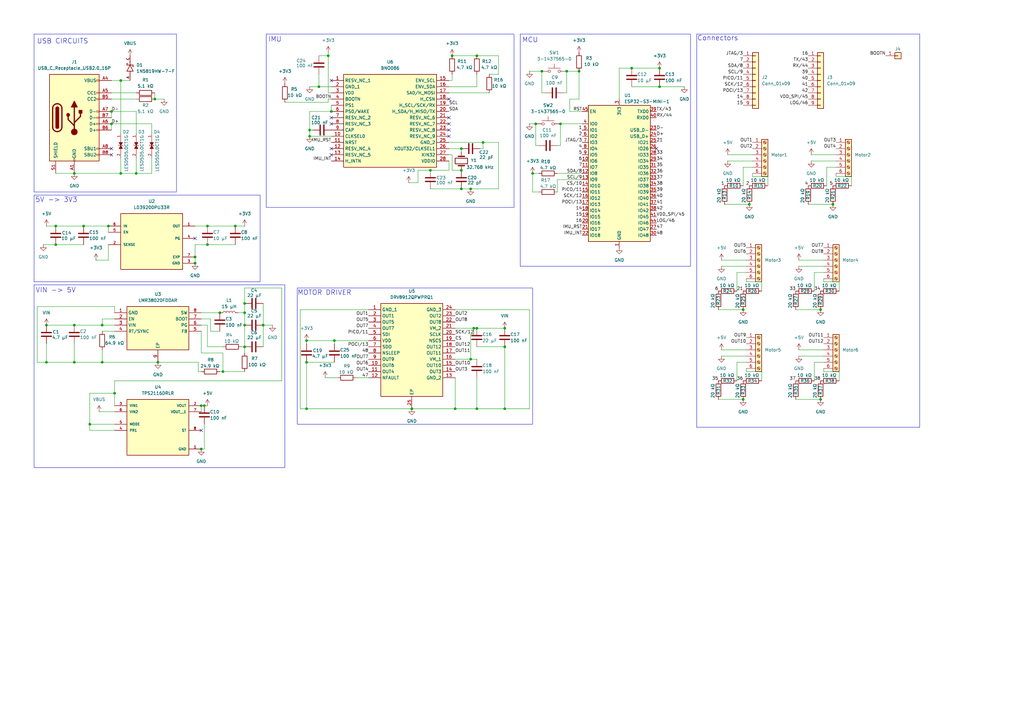
<source format=kicad_sch>
(kicad_sch (version 20250114) (generator "eeschema") (generator_version "9.0")
  (paper "A3")
  (title_block (title "ESP32-S3 6 Motor Driver with IMU"))
  (rectangle (start 109.22 13.97) (end 210.82 85.09))
  (rectangle (start 13.97 80.01) (end 106.68 115.57))
  (rectangle (start 285.75 13.97) (end 377.19 175.26))
  (rectangle (start 121.92 118.11) (end 218.44 173.99))
  (rectangle (start 13.97 116.84) (end 116.84 191.77))
  (rectangle (start 213.36 13.97) (end 283.21 109.22))
  (rectangle (start 13.97 13.97) (end 72.39 78.74))
  (text "MCU" (at 217.424 16.51 0) (effects (font (size 2 2))))
  (text "USB CIRCUITS" (at 25.654 17.018 0) (effects (font (size 2 2))))
  (text "Connectors" (at 294.386 15.748 0) (effects (font (size 2 2))))
  (text "IMU" (at 112.776 16.256 0) (effects (font (size 2 2))))
  (text "VIN -> 5V" (at 22.86 119.126 0) (effects (font (size 2 2))))
  (text "5V -> 3V3" (at 23.114 82.042 0) (effects (font (size 2 2))))
  (text "MOTOR DRIVER" (at 133.096 120.142 0) (effects (font (size 2 2))))
  (junction (at 82.55 184.15))
  (junction (at 46.99 161.29))
  (junction (at 336.55 163.83))
  (junction (at 195.58 22.86))
  (junction (at 218.44 71.12))
  (junction (at 100.33 124.46))
  (junction (at 91.44 152.4))
  (junction (at 229.87 50.8))
  (junction (at 36.83 173.99))
  (junction (at 304.8 163.83))
  (junction (at 100.33 133.35))
  (junction (at 135.89 45.72))
  (junction (at 100.33 142.24))
  (junction (at 96.52 92.71))
  (junction (at 176.53 69.85))
  (junction (at 125.73 139.7))
  (junction (at 19.05 133.35))
  (junction (at 207.01 167.64))
  (junction (at 107.95 133.35))
  (junction (at 64.77 148.59))
  (junction (at 134.62 22.86))
  (junction (at 80.01 107.95))
  (junction (at 30.48 133.35))
  (junction (at 127 53.34))
  (junction (at 207.01 134.62))
  (junction (at 100.33 128.27))
  (junction (at 90.17 128.27))
  (junction (at 194.31 134.62))
  (junction (at 49.53 71.12))
  (junction (at 127 55.88))
  (junction (at 30.48 148.59))
  (junction (at 49.53 33.02))
  (junction (at 83.82 166.37))
  (junction (at 80.01 105.41))
  (junction (at 195.58 134.62))
  (junction (at 45.72 45.72))
  (junction (at 19.05 148.59))
  (junction (at 193.04 147.32))
  (junction (at 259.08 27.94))
  (junction (at 44.45 92.71))
  (junction (at 41.91 133.35))
  (junction (at 189.23 77.47))
  (junction (at 30.48 71.12))
  (junction (at 198.12 58.42))
  (junction (at 270.51 35.56))
  (junction (at 137.16 139.7))
  (junction (at 22.86 92.71))
  (junction (at 341.63 83.82))
  (junction (at 195.58 167.64))
  (junction (at 41.91 148.59))
  (junction (at 185.42 22.86))
  (junction (at 55.88 71.12))
  (junction (at 189.23 60.96))
  (junction (at 34.29 92.71))
  (junction (at 232.41 29.21))
  (junction (at 22.86 100.33))
  (junction (at 207.01 142.24))
  (junction (at 168.91 167.64))
  (junction (at 85.09 92.71))
  (junction (at 82.55 166.37))
  (junction (at 45.72 50.8))
  (junction (at 336.55 127))
  (junction (at 219.71 50.8))
  (junction (at 85.09 100.33))
  (junction (at 237.49 29.21))
  (junction (at 307.34 83.82))
  (junction (at 304.8 127))
  (junction (at 63.5 40.64))
  (junction (at 270.51 27.94))
  (junction (at 222.25 29.21))
  (junction (at 193.04 77.47))
  (junction (at 125.73 167.64))
  (junction (at 130.81 35.56))
  (junction (at 186.69 167.64))
  (junction (at 125.73 148.59))
  (junction (at 189.23 69.85))
  (no_connect (at 135.89 60.96))
  (no_connect (at 184.15 40.64))
  (no_connect (at 45.72 63.5))
  (no_connect (at 135.89 63.5))
  (no_connect (at 184.15 48.26))
  (no_connect (at 184.15 53.34))
  (no_connect (at 269.24 60.96))
  (no_connect (at 135.89 33.02))
  (no_connect (at 82.55 176.53))
  (no_connect (at 135.89 48.26))
  (no_connect (at 45.72 60.96))
  (no_connect (at 135.89 50.8))
  (no_connect (at 184.15 55.88))
  (no_connect (at 80.01 97.79))
  (no_connect (at 184.15 50.8))
  (wire (pts (xy 219.71 59.69) (xy 220.98 59.69)))
  (wire (pts (xy 327.66 146.05) (xy 337.82 146.05)))
  (wire (pts (xy 228.6 73.66) (xy 238.76 73.66)))
  (wire (pts (xy 298.45 63.5) (xy 308.61 63.5)))
  (wire (pts (xy 189.23 77.47) (xy 193.04 77.47)))
  (wire (pts (xy 195.58 147.32) (xy 193.04 147.32)))
  (wire (pts (xy 19.05 92.71) (xy 22.86 92.71)))
  (wire (pts (xy 302.26 148.59) (xy 306.07 148.59)))
  (wire (pts (xy 116.84 41.91) (xy 134.62 41.91)))
  (wire (pts (xy 306.07 151.13) (xy 306.07 152.4)))
  (wire (pts (xy 332.74 63.5) (xy 342.9 63.5)))
  (wire (pts (xy 45.72 40.64) (xy 55.88 40.64)))
  (wire (pts (xy 15.24 148.59) (xy 19.05 148.59)))
  (wire (pts (xy 254 27.94) (xy 254 40.64)))
  (wire (pts (xy 19.05 133.35) (xy 30.48 133.35)))
  (wire (pts (xy 82.55 135.89) (xy 82.55 144.78)))
  (wire (pts (xy 49.53 33.02) (xy 53.34 33.02)))
  (wire (pts (xy 127 35.56) (xy 130.81 35.56)))
  (wire (pts (xy 100.33 124.46) (xy 100.33 128.27)))
  (wire (pts (xy 185.42 30.48) (xy 185.42 33.02)))
  (wire (pts (xy 337.82 114.3) (xy 337.82 115.57)))
  (wire (pts (xy 86.36 135.89) (xy 90.17 135.89)))
  (wire (pts (xy 326.39 163.83) (xy 336.55 163.83)))
  (wire (pts (xy 83.82 173.99) (xy 83.82 184.15)))
  (wire (pts (xy 186.69 134.62) (xy 194.31 134.62)))
  (wire (pts (xy 339.09 68.58) (xy 342.9 68.58)))
  (wire (pts (xy 189.23 60.96) (xy 189.23 62.23)))
  (wire (pts (xy 125.73 139.7) (xy 137.16 139.7)))
  (wire (pts (xy 44.45 92.71) (xy 44.45 95.25)))
  (wire (pts (xy 195.58 134.62) (xy 207.01 134.62)))
  (wire (pts (xy 228.6 78.74) (xy 228.6 73.66)))
  (wire (pts (xy 45.72 38.1) (xy 55.88 38.1)))
  (wire (pts (xy 308.61 71.12) (xy 308.61 72.39)))
  (wire (pts (xy 327.66 109.22) (xy 337.82 109.22)))
  (wire (pts (xy 125.73 140.97) (xy 125.73 139.7)))
  (wire (pts (xy 151.13 127) (xy 123.19 127)))
  (wire (pts (xy 220.98 78.74) (xy 218.44 78.74)))
  (wire (pts (xy 237.49 40.64) (xy 237.49 29.21)))
  (wire (pts (xy 184.15 38.1) (xy 200.66 38.1)))
  (wire (pts (xy 176.53 77.47) (xy 189.23 77.47)))
  (wire (pts (xy 36.83 173.99) (xy 46.99 173.99)))
  (wire (pts (xy 295.91 143.51) (xy 306.07 143.51)))
  (wire (pts (xy 302.26 111.76) (xy 306.07 111.76)))
  (wire (pts (xy 55.88 64.77) (xy 55.88 71.12)))
  (wire (pts (xy 91.44 144.78) (xy 91.44 152.4)))
  (wire (pts (xy 176.53 69.85) (xy 184.15 69.85)))
  (wire (pts (xy 200.66 30.48) (xy 204.47 30.48)))
  (wire (pts (xy 232.41 29.21) (xy 237.49 29.21)))
  (wire (pts (xy 85.09 92.71) (xy 96.52 92.71)))
  (wire (pts (xy 195.58 22.86) (xy 204.47 22.86)))
  (wire (pts (xy 45.72 50.8) (xy 45.72 53.34)))
  (wire (pts (xy 217.17 50.8) (xy 219.71 50.8)))
  (wire (pts (xy 302.26 156.21) (xy 302.26 148.59)))
  (wire (pts (xy 259.08 27.94) (xy 270.51 27.94)))
  (wire (pts (xy 46.99 161.29) (xy 36.83 161.29)))
  (wire (pts (xy 41.91 148.59) (xy 64.77 148.59)))
  (wire (pts (xy 127 55.88) (xy 135.89 55.88)))
  (wire (pts (xy 100.33 144.78) (xy 100.33 142.24)))
  (wire (pts (xy 194.31 134.62) (xy 195.58 134.62)))
  (wire (pts (xy 82.55 166.37) (xy 82.55 168.91)))
  (wire (pts (xy 40.64 168.91) (xy 46.99 168.91)))
  (wire (pts (xy 334.01 156.21) (xy 334.01 148.59)))
  (wire (pts (xy 125.73 167.64) (xy 168.91 167.64)))
  (wire (pts (xy 184.15 69.85) (xy 184.15 66.04)))
  (wire (pts (xy 204.47 77.47) (xy 193.04 77.47)))
  (wire (pts (xy 36.83 161.29) (xy 36.83 173.99)))
  (wire (pts (xy 100.33 128.27) (xy 97.79 128.27)))
  (wire (pts (xy 81.28 152.4) (xy 81.28 148.59)))
  (wire (pts (xy 91.44 152.4) (xy 100.33 152.4)))
  (wire (pts (xy 63.5 40.64) (xy 67.31 40.64)))
  (wire (pts (xy 297.18 83.82) (xy 307.34 83.82)))
  (wire (pts (xy 294.64 163.83) (xy 304.8 163.83)))
  (wire (pts (xy 100.33 133.35) (xy 100.33 128.27)))
  (wire (pts (xy 339.09 76.2) (xy 339.09 68.58)))
  (wire (pts (xy 185.42 63.5) (xy 185.42 69.85)))
  (wire (pts (xy 171.45 74.93) (xy 171.45 69.85)))
  (wire (pts (xy 41.91 133.35) (xy 46.99 133.35)))
  (wire (pts (xy 123.19 167.64) (xy 125.73 167.64)))
  (wire (pts (xy 41.91 135.89) (xy 46.99 135.89)))
  (wire (pts (xy 91.44 142.24) (xy 85.09 142.24)))
  (wire (pts (xy 46.99 128.27) (xy 46.99 125.73)))
  (wire (pts (xy 133.35 154.94) (xy 138.43 154.94)))
  (wire (pts (xy 100.33 124.46) (xy 100.33 118.11)))
  (wire (pts (xy 85.09 166.37) (xy 83.82 166.37)))
  (wire (pts (xy 99.06 142.24) (xy 100.33 142.24)))
  (wire (pts (xy 218.44 78.74) (xy 218.44 71.12)))
  (wire (pts (xy 185.42 22.86) (xy 195.58 22.86)))
  (wire (pts (xy 259.08 27.94) (xy 254 27.94)))
  (wire (pts (xy 36.83 173.99) (xy 36.83 176.53)))
  (wire (pts (xy 195.58 154.94) (xy 195.58 167.64)))
  (wire (pts (xy 46.99 161.29) (xy 46.99 166.37)))
  (wire (pts (xy 312.42 119.38) (xy 312.42 115.57)))
  (wire (pts (xy 100.33 118.11) (xy 115.57 118.11)))
  (wire (pts (xy 312.42 115.57) (xy 306.07 115.57)))
  (wire (pts (xy 90.17 152.4) (xy 91.44 152.4)))
  (wire (pts (xy 100.33 133.35) (xy 100.33 142.24)))
  (wire (pts (xy 17.78 100.33) (xy 22.86 100.33)))
  (wire (pts (xy 198.12 58.42) (xy 184.15 58.42)))
  (wire (pts (xy 82.55 144.78) (xy 91.44 144.78)))
  (wire (pts (xy 49.53 64.77) (xy 49.53 71.12)))
  (wire (pts (xy 198.12 60.96) (xy 198.12 58.42)))
  (wire (pts (xy 238.76 45.72) (xy 233.68 45.72)))
  (wire (pts (xy 82.55 128.27) (xy 90.17 128.27)))
  (wire (pts (xy 184.15 60.96) (xy 189.23 60.96)))
  (wire (pts (xy 134.62 21.59) (xy 134.62 22.86)))
  (wire (pts (xy 344.17 115.57) (xy 337.82 115.57)))
  (wire (pts (xy 342.9 71.12) (xy 342.9 72.39)))
  (wire (pts (xy 81.28 148.59) (xy 64.77 148.59)))
  (wire (pts (xy 134.62 38.1) (xy 135.89 38.1)))
  (wire (pts (xy 233.68 45.72) (xy 233.68 40.64)))
  (wire (pts (xy 107.95 133.35) (xy 107.95 142.24)))
  (wire (pts (xy 306.07 114.3) (xy 306.07 115.57)))
  (wire (pts (xy 30.48 133.35) (xy 41.91 133.35)))
  (wire (pts (xy 302.26 119.38) (xy 302.26 111.76)))
  (wire (pts (xy 217.17 127) (xy 217.17 167.64)))
  (wire (pts (xy 135.89 43.18) (xy 135.89 45.72)))
  (wire (pts (xy 217.17 29.21) (xy 222.25 29.21)))
  (wire (pts (xy 82.55 130.81) (xy 86.36 130.81)))
  (wire (pts (xy 80.01 92.71) (xy 85.09 92.71)))
  (wire (pts (xy 344.17 156.21) (xy 344.17 152.4)))
  (wire (pts (xy 80.01 105.41) (xy 80.01 107.95)))
  (wire (pts (xy 19.05 148.59) (xy 30.48 148.59)))
  (wire (pts (xy 334.01 111.76) (xy 337.82 111.76)))
  (wire (pts (xy 171.45 69.85) (xy 176.53 69.85)))
  (wire (pts (xy 45.72 45.72) (xy 45.72 48.26)))
  (wire (pts (xy 86.36 130.81) (xy 86.36 135.89)))
  (wire (pts (xy 186.69 127) (xy 217.17 127)))
  (wire (pts (xy 146.05 154.94) (xy 151.13 154.94)))
  (wire (pts (xy 80.01 100.33) (xy 80.01 105.41)))
  (wire (pts (xy 45.72 50.8) (xy 62.23 50.8)))
  (wire (pts (xy 204.47 58.42) (xy 198.12 58.42)))
  (wire (pts (xy 96.52 92.71) (xy 100.33 92.71)))
  (wire (pts (xy 344.17 152.4) (xy 337.82 152.4)))
  (wire (pts (xy 259.08 35.56) (xy 270.51 35.56)))
  (wire (pts (xy 229.87 50.8) (xy 238.76 50.8)))
  (wire (pts (xy 36.83 176.53) (xy 46.99 176.53)))
  (wire (pts (xy 294.64 127) (xy 304.8 127)))
  (wire (pts (xy 223.52 38.1) (xy 222.25 38.1)))
  (wire (pts (xy 314.96 76.2) (xy 314.96 72.39)))
  (wire (pts (xy 270.51 35.56) (xy 280.67 35.56)))
  (wire (pts (xy 85.09 100.33) (xy 96.52 100.33)))
  (wire (pts (xy 204.47 22.86) (xy 204.47 30.48)))
  (wire (pts (xy 196.85 60.96) (xy 198.12 60.96)))
  (wire (pts (xy 228.6 71.12) (xy 238.76 71.12)))
  (wire (pts (xy 62.23 64.77) (xy 62.23 71.12)))
  (wire (pts (xy 295.91 109.22) (xy 306.07 109.22)))
  (wire (pts (xy 194.31 134.62) (xy 194.31 137.16)))
  (wire (pts (xy 167.64 74.93) (xy 171.45 74.93)))
  (wire (pts (xy 217.17 167.64) (xy 207.01 167.64)))
  (wire (pts (xy 327.66 106.68) (xy 337.82 106.68)))
  (wire (pts (xy 295.91 146.05) (xy 306.07 146.05)))
  (wire (pts (xy 46.99 130.81) (xy 41.91 130.81)))
  (wire (pts (xy 326.39 127) (xy 336.55 127)))
  (wire (pts (xy 130.81 35.56) (xy 135.89 35.56)))
  (wire (pts (xy 115.57 118.11) (xy 115.57 156.21)))
  (wire (pts (xy 314.96 72.39) (xy 308.61 72.39)))
  (wire (pts (xy 312.42 152.4) (xy 306.07 152.4)))
  (wire (pts (xy 304.8 68.58) (xy 308.61 68.58)))
  (wire (pts (xy 46.99 125.73) (xy 15.24 125.73)))
  (wire (pts (xy 85.09 100.33) (xy 80.01 100.33)))
  (wire (pts (xy 186.69 167.64) (xy 195.58 167.64)))
  (wire (pts (xy 332.74 66.04) (xy 342.9 66.04)))
  (wire (pts (xy 344.17 119.38) (xy 344.17 115.57)))
  (wire (pts (xy 44.45 106.68) (xy 39.37 106.68)))
  (wire (pts (xy 137.16 139.7) (xy 151.13 139.7)))
  (wire (pts (xy 195.58 35.56) (xy 195.58 30.48)))
  (wire (pts (xy 19.05 140.97) (xy 19.05 148.59)))
  (wire (pts (xy 229.87 59.69) (xy 229.87 50.8)))
  (wire (pts (xy 295.91 106.68) (xy 306.07 106.68)))
  (wire (pts (xy 137.16 140.97) (xy 137.16 139.7)))
  (wire (pts (xy 135.89 45.72) (xy 127 45.72)))
  (wire (pts (xy 207.01 142.24) (xy 207.01 167.64)))
  (wire (pts (xy 186.69 167.64) (xy 168.91 167.64)))
  (wire (pts (xy 127 53.34) (xy 127 55.88)))
  (wire (pts (xy 185.42 69.85) (xy 189.23 69.85)))
  (wire (pts (xy 337.82 151.13) (xy 337.82 152.4)))
  (wire (pts (xy 349.25 72.39) (xy 342.9 72.39)))
  (wire (pts (xy 115.57 156.21) (xy 46.99 156.21)))
  (wire (pts (xy 125.73 148.59) (xy 125.73 167.64)))
  (wire (pts (xy 30.48 148.59) (xy 41.91 148.59)))
  (wire (pts (xy 334.01 148.59) (xy 337.82 148.59)))
  (wire (pts (xy 62.23 71.12) (xy 55.88 71.12)))
  (wire (pts (xy 184.15 35.56) (xy 195.58 35.56)))
  (wire (pts (xy 125.73 148.59) (xy 137.16 148.59)))
  (wire (pts (xy 207.01 142.24) (xy 195.58 142.24)))
  (wire (pts (xy 130.81 30.48) (xy 130.81 35.56)))
  (wire (pts (xy 193.04 137.16) (xy 193.04 147.32)))
  (wire (pts (xy 30.48 140.97) (xy 30.48 148.59)))
  (wire (pts (xy 204.47 77.47) (xy 204.47 58.42)))
  (wire (pts (xy 327.66 143.51) (xy 337.82 143.51)))
  (wire (pts (xy 186.69 154.94) (xy 186.69 167.64)))
  (wire (pts (xy 134.62 22.86) (xy 134.62 38.1)))
  (wire (pts (xy 46.99 156.21) (xy 46.99 161.29)))
  (wire (pts (xy 41.91 130.81) (xy 41.91 133.35)))
  (wire (pts (xy 49.53 71.12) (xy 30.48 71.12)))
  (wire (pts (xy 228.6 59.69) (xy 229.87 59.69)))
  (wire (pts (xy 85.09 142.24) (xy 85.09 133.35)))
  (wire (pts (xy 83.82 184.15) (xy 82.55 184.15)))
  (wire (pts (xy 45.72 45.72) (xy 55.88 45.72)))
  (wire (pts (xy 304.8 76.2) (xy 304.8 68.58)))
  (wire (pts (xy 222.25 38.1) (xy 222.25 29.21)))
  (wire (pts (xy 22.86 71.12) (xy 30.48 71.12)))
  (wire (pts (xy 127 53.34) (xy 128.27 53.34)))
  (wire (pts (xy 123.19 127) (xy 123.19 167.64)))
  (wire (pts (xy 331.47 83.82) (xy 341.63 83.82)))
  (wire (pts (xy 63.5 38.1) (xy 63.5 40.64)))
  (wire (pts (xy 22.86 92.71) (xy 34.29 92.71)))
  (wire (pts (xy 184.15 63.5) (xy 185.42 63.5)))
  (wire (pts (xy 207.01 167.64) (xy 195.58 167.64)))
  (wire (pts (xy 49.53 33.02) (xy 49.53 54.61)))
  (wire (pts (xy 231.14 38.1) (xy 232.41 38.1)))
  (wire (pts (xy 134.62 40.64) (xy 135.89 40.64)))
  (wire (pts (xy 130.81 22.86) (xy 134.62 22.86)))
  (wire (pts (xy 34.29 92.71) (xy 44.45 92.71)))
  (wire (pts (xy 312.42 156.21) (xy 312.42 152.4)))
  (wire (pts (xy 334.01 119.38) (xy 334.01 111.76)))
  (wire (pts (xy 134.62 41.91) (xy 134.62 40.64)))
  (wire (pts (xy 218.44 71.12) (xy 220.98 71.12)))
  (wire (pts (xy 107.95 133.35) (xy 111.76 133.35)))
  (wire (pts (xy 349.25 76.2) (xy 349.25 72.39)))
  (wire (pts (xy 22.86 100.33) (xy 34.29 100.33)))
  (wire (pts (xy 55.88 45.72) (xy 55.88 54.61)))
  (wire (pts (xy 55.88 71.12) (xy 49.53 71.12)))
  (wire (pts (xy 298.45 66.04) (xy 308.61 66.04)))
  (wire (pts (xy 233.68 40.64) (xy 237.49 40.64)))
  (wire (pts (xy 194.31 137.16) (xy 193.04 137.16)))
  (wire (pts (xy 45.72 33.02) (xy 49.53 33.02)))
  (wire (pts (xy 81.28 152.4) (xy 82.55 152.4)))
  (wire (pts (xy 41.91 143.51) (xy 41.91 148.59)))
  (wire (pts (xy 232.41 38.1) (xy 232.41 29.21)))
  (wire (pts (xy 219.71 59.69) (xy 219.71 50.8)))
  (wire (pts (xy 186.69 147.32) (xy 193.04 147.32)))
  (wire (pts (xy 15.24 125.73) (xy 15.24 148.59)))
  (wire (pts (xy 83.82 166.37) (xy 82.55 166.37)))
  (wire (pts (xy 62.23 50.8) (xy 62.23 54.61)))
  (wire (pts (xy 107.95 124.46) (xy 107.95 133.35)))
  (wire (pts (xy 85.09 133.35) (xy 82.55 133.35)))
  (wire (pts (xy 185.42 33.02) (xy 184.15 33.02)))
  (wire (pts (xy 44.45 100.33) (xy 44.45 106.68)))
  (wire (pts (xy 127 45.72) (xy 127 53.34)))
  (label "TX{slash}43" (at 331.47 25.4 180))
  (label "OUT2" (at 186.69 129.54 0))
  (label "47" (at 269.24 93.98 0))
  (label "POCI{slash}13" (at 304.8 38.1 180))
  (label "PICO{slash}11" (at 238.76 78.74 180))
  (label "16" (at 238.76 91.44 180))
  (label "RX{slash}44" (at 269.24 48.26 0))
  (label "5" (at 238.76 63.5 180))
  (label "40" (at 331.47 33.02 180))
  (label "JTAG{slash}3" (at 304.8 22.86 180))
  (label "OUT5" (at 306.07 101.6 180))
  (label "POCI{slash}13" (at 151.13 142.24 180))
  (label "OUT3" (at 342.9 58.42 180))
  (label "CS" (at 186.69 139.7 0))
  (label "15" (at 304.8 43.18 180))
  (label "OUT2" (at 308.61 60.96 180))
  (label "OUT11" (at 337.82 138.43 180))
  (label "D-" (at 45.72 45.72 0))
  (label "D-" (at 269.24 53.34 0))
  (label "OUT11" (at 186.69 144.78 0))
  (label "OUT5" (at 151.13 132.08 180))
  (label "15" (at 238.76 88.9 180))
  (label "7" (at 238.76 68.58 180))
  (label "LOG{slash}46" (at 269.24 91.44 0))
  (label "34" (at 336.55 119.38 180))
  (label "21" (at 304.8 119.38 180))
  (label "SDA" (at 184.15 45.72 0))
  (label "38" (at 269.24 76.2 0))
  (label "TX{slash}43" (at 269.24 45.72 0))
  (label "BOOTN" (at 363.22 22.86 180))
  (label "6" (at 238.76 66.04 180))
  (label "2" (at 238.76 55.88 180))
  (label "7" (at 304.8 25.4 180))
  (label "33" (at 326.39 119.38 180))
  (label "JTAG{slash}3" (at 238.76 58.42 180))
  (label "OUT7" (at 151.13 147.32 180))
  (label "POCI{slash}13" (at 238.76 83.82 180))
  (label "SCK{slash}12" (at 304.8 35.56 180))
  (label "IMU_INT" (at 135.89 66.04 180))
  (label "RX{slash}44" (at 331.47 27.94 180))
  (label "OUT8" (at 186.69 132.08 0))
  (label "BOOTN" (at 135.89 40.64 180))
  (label "PICO{slash}11" (at 304.8 33.02 180))
  (label "41" (at 331.47 35.56 180))
  (label "PICO{slash}11" (at 151.13 137.16 180))
  (label "SDA{slash}8" (at 304.8 27.94 180))
  (label "OUT1" (at 151.13 129.54 180))
  (label "SCL{slash}9" (at 238.76 73.66 180))
  (label "37" (at 326.39 156.21 180))
  (label "OUT12" (at 337.82 140.97 180))
  (label "IMU_RST" (at 135.89 58.42 180))
  (label "47" (at 151.13 154.94 180))
  (label "OUT8" (at 337.82 104.14 180))
  (label "39" (at 331.47 30.48 180))
  (label "SCL{slash}9" (at 304.8 30.48 180))
  (label "34" (at 269.24 66.04 0))
  (label "OUT6" (at 306.07 104.14 180))
  (label "35" (at 294.64 156.21 180))
  (label "VDD_SPI{slash}45" (at 331.47 40.64 180))
  (label "40" (at 269.24 81.28 0))
  (label "OUT3" (at 186.69 152.4 0))
  (label "35" (at 269.24 68.58 0))
  (label "OUT1" (at 308.61 58.42 180))
  (label "36" (at 269.24 71.12 0))
  (label "42" (at 331.47 38.1 180))
  (label "D+" (at 269.24 55.88 0))
  (label "6" (at 294.64 119.38 180))
  (label "39" (at 269.24 78.74 0))
  (label "OUT6" (at 151.13 149.86 180))
  (label "14" (at 304.8 40.64 180))
  (label "41" (at 269.24 83.82 0))
  (label "42" (at 269.24 86.36 0))
  (label "D+" (at 45.72 50.8 0))
  (label "IMU_RST" (at 238.76 93.98 180))
  (label "OUT10" (at 306.07 140.97 180))
  (label "OUT12" (at 186.69 142.24 0))
  (label "SCL" (at 184.15 43.18 0))
  (label "37" (at 269.24 73.66 0))
  (label "SDA{slash}8" (at 238.76 71.12 180))
  (label "48" (at 269.24 96.52 0))
  (label "SCK{slash}12" (at 238.76 81.28 180))
  (label "SCK{slash}12" (at 186.69 137.16 0))
  (label "OUT9" (at 306.07 138.43 180))
  (label "38" (at 336.55 156.21 180))
  (label "VDD_SPI{slash}45" (at 269.24 88.9 0))
  (label "2" (at 307.34 76.2 180))
  (label "1" (at 238.76 53.34 180))
  (label "OUT7" (at 151.13 134.62 180))
  (label "OUT4" (at 342.9 60.96 180))
  (label "21" (at 269.24 58.42 0))
  (label "IMU_INT" (at 238.76 96.52 180))
  (label "4" (at 331.47 76.2 180))
  (label "RST" (at 238.76 45.72 180))
  (label "OUT7" (at 337.82 101.6 180))
  (label "CS{slash}10" (at 238.76 76.2 180))
  (label "36" (at 304.8 156.21 180))
  (label "1" (at 297.18 76.2 180))
  (label "14" (at 238.76 86.36 180))
  (label "LOG{slash}46" (at 331.47 43.18 180))
  (label "OUT4" (at 151.13 152.4 180))
  (label "33" (at 269.24 63.5 0))
  (label "16" (at 331.47 22.86 180))
  (label "48" (at 151.13 144.78 180))
  (label "5" (at 341.63 76.2 180))
  (label "4" (at 238.76 60.96 180))
  (label "OUT10" (at 186.69 149.86 0))
  (symbol (lib_id "Device:R") (at 59.69 40.64 270) (unit 1)
    (property "Reference" "R2" (at 59.69 43.18 90))
    (property "Value" "5.1 kΩ" (at 59.69 45.72 90))
    (property "Footprint" "Resistor_SMD:R_0402_1005Metric" (effects (hide yes)))
    (property "Description" "Resistor" (effects (hide yes)))
  )
  (symbol (lib_id "power:+5V") (at 295.91 143.51 0) (unit 1)
    (property "Reference" "#PWR041" (effects (hide yes)))
    (property "Value" "+5V" (at 295.91 138.43 0))
    (property "Description" "Power symbol creates a global label with name \"+5V\"" (effects (hide yes)))
  )
  (symbol (lib_id "Switch:SW_MEC_5G") (at 224.79 50.8 0) (unit 1)
    (property "Reference" "SW2" (at 224.79 43.18 0))
    (property "Value" "3-1437565-0" (at 224.79 45.72 0))
    (property "Footprint" "3-1437565-0:SW_3-1437565-0" (effects (hide yes)))
    (property "Datasheet" "http://www.apem.com/int/index.php?controller=attachment&id_attachment=488" (effects (hide yes)))
    (property "Description" "MEC 5G single pole normally-open tactile switch" (effects (hide yes)))
  )
  (symbol (lib_id "Device:C") (at 176.53 73.66 0) (unit 1)
    (property "Reference" "C23" (at 182.88 72.898 0) (effects (justify right)))
    (property "Value" "100 nF" (at 185.928 74.93 0) (effects (justify right)))
    (property "Footprint" "Capacitor_SMD:C_0402_1005Metric" (effects (hide yes)))
    (property "Description" "Unpolarized capacitor" (effects (hide yes)))
  )
  (symbol (lib_id "power:GND") (at 127 35.56 0) (unit 1)
    (property "Reference" "#PWR021" (effects (hide yes)))
    (property "Value" "GND" (at 127 40.64 0))
    (property "Description" "Power symbol creates a global label with name \"GND\" , ground" (effects (hide yes)))
  )
  (symbol (lib_id "Device:R") (at 298.45 156.21 270) (unit 1)
    (property "Reference" "R32" (at 298.45 156.21 90))
    (property "Value" "10 kΩ" (at 298.196 153.924 90))
    (property "Footprint" "Resistor_SMD:R_0402_1005Metric" (effects (hide yes)))
    (property "Description" "Resistor" (effects (hide yes)))
  )
  (symbol (lib_id "Device:R") (at 340.36 156.21 270) (unit 1)
    (property "Reference" "R38" (at 340.36 156.21 90))
    (property "Value" "10 kΩ" (at 340.106 153.924 90))
    (property "Footprint" "Resistor_SMD:R_0402_1005Metric" (effects (hide yes)))
    (property "Description" "Resistor" (effects (hide yes)))
  )
  (symbol (lib_id "Connector_Generic:Conn_01x01") (at 368.3 22.86 0) (unit 1)
    (property "Reference" "J4" (at 367.03 20.066 0) (effects (justify left)))
    (property "Value" "Conn_01x01" (effects (hide yes)))
    (property "Footprint" "Connector_PinHeader_2.54mm:PinHeader_1x01_P2.54mm_Vertical" (effects (hide yes)))
    (property "Description" "Generic connector, single row, 01x01, script generated (kicad-library-utils/schlib/autogen/connector/)" (effects (hide yes)))
  )
  (symbol (lib_id "power:+5V") (at 40.64 168.91 0) (unit 1)
    (property "Reference" "#PWR017" (effects (hide yes)))
    (property "Value" "VBUS" (at 40.64 163.83 0))
    (property "Description" "Power symbol creates a global label with name \"VBUS\"" (effects (hide yes)))
  )
  (symbol (lib_id "Device:R") (at 95.25 142.24 270) (unit 1)
    (property "Reference" "R4" (at 93.98 137.414 90))
    (property "Value" "10 kΩ" (at 94.996 139.954 90))
    (property "Footprint" "Resistor_SMD:R_0402_1005Metric" (effects (hide yes)))
    (property "Description" "Resistor" (effects (hide yes)))
  )
  (symbol (lib_id "power:GND") (at 80.01 107.95 0) (unit 1)
    (property "Reference" "#PWR014" (effects (hide yes)))
    (property "Value" "GND" (at 80.01 113.03 0))
    (property "Description" "Power symbol creates a global label with name \"GND\" , ground" (effects (hide yes)))
  )
  (symbol (lib_id "Device:R") (at 304.8 123.19 0) (unit 1)
    (property "Reference" "R25" (at 304.8 123.19 90))
    (property "Value" "20 kΩ" (at 302.514 123.444 90))
    (property "Footprint" "Resistor_SMD:R_0402_1005Metric" (effects (hide yes)))
    (property "Description" "Resistor" (effects (hide yes)))
  )
  (symbol (lib_id "power:GND") (at 304.8 163.83 0) (unit 1)
    (property "Reference" "#PWR049" (effects (hide yes)))
    (property "Value" "GND" (at 304.8 168.91 0))
    (property "Description" "Power symbol creates a global label with name \"GND\" , ground" (effects (hide yes)))
  )
  (symbol (lib_id "Device:C") (at 125.73 144.78 0) (unit 1)
    (property "Reference" "C19" (at 128.27 143.764 0) (effects (justify left)))
    (property "Value" "4.7 µF" (at 128.016 146.05 0) (effects (justify left)))
    (property "Footprint" "Capacitor_SMD:C_0402_1005Metric" (effects (hide yes)))
    (property "Description" "Unpolarized capacitor" (effects (hide yes)))
  )
  (symbol (lib_id "RF_Module:ESP32-S3-MINI-1") (at 254 71.12 0) (unit 1)
    (property "Reference" "U1" (at 256.032 39.116 0) (effects (justify left)))
    (property "Value" "ESP32-S3-MINI-1" (at 256.032 41.656 0) (effects (justify left)))
    (property "Footprint" "RF_Module:ESP32-S2-MINI-1" (effects (hide yes)))
    (property "Datasheet" "https://www.espressif.com/sites/default/files/documentation/esp32-s3-mini-1_mini-1u_datasheet_en.pdf" (effects (hide yes)))
    (property "Description" "RF Module, ESP32-S3 SoC, Wi-Fi 802.11b/g/n, Bluetooth, BLE, 32-bit, 3.3V, SMD, onboard antenna" (effects (hide yes)))
  )
  (symbol (lib_id "power:+3V3") (at 133.35 154.94 0) (unit 1)
    (property "Reference" "#PWR026" (effects (hide yes)))
    (property "Value" "+3V3" (at 133.35 149.86 0))
    (property "Description" "Power symbol creates a global label with name \"+3V3\"" (effects (hide yes)))
  )
  (symbol (lib_id "power:GND") (at 193.04 77.47 0) (unit 1)
    (property "Reference" "#PWR020" (effects (hide yes)))
    (property "Value" "GND" (at 193.04 82.55 0))
    (property "Description" "Power symbol creates a global label with name \"GND\" , ground" (effects (hide yes)))
  )
  (symbol (lib_id "Device:R") (at 294.64 160.02 0) (unit 1)
    (property "Reference" "R31" (at 294.64 160.02 90))
    (property "Value" "20 kΩ" (at 292.354 160.274 90))
    (property "Footprint" "Resistor_SMD:R_0402_1005Metric" (effects (hide yes)))
    (property "Description" "Resistor" (effects (hide yes)))
  )
  (symbol (lib_id "Device:C") (at 193.04 60.96 90) (unit 1)
    (property "Reference" "C22" (at 200.406 62.484 90) (effects (justify left)))
    (property "Value" "22 pF" (at 202.438 64.516 90) (effects (justify left)))
    (property "Footprint" "Capacitor_SMD:C_0402_1005Metric" (effects (hide yes)))
    (property "Description" "Unpolarized capacitor" (effects (hide yes)))
  )
  (symbol (lib_id "Device:C") (at 224.79 59.69 90) (unit 1)
    (property "Reference" "C11" (at 226.314 53.34 90) (effects (justify left)))
    (property "Value" "100 nF" (at 228.346 55.626 90) (effects (justify left)))
    (property "Footprint" "Capacitor_SMD:C_0402_1005Metric" (effects (hide yes)))
    (property "Description" "Unpolarized capacitor" (effects (hide yes)))
  )
  (symbol (lib_id "Device:R") (at 300.99 76.2 270) (unit 1)
    (property "Reference" "R10" (at 300.99 76.2 90))
    (property "Value" "10 kΩ" (at 300.736 73.914 90))
    (property "Footprint" "Resistor_SMD:R_0402_1005Metric" (effects (hide yes)))
    (property "Description" "Resistor" (effects (hide yes)))
  )
  (symbol (lib_id "power:GND") (at 67.31 40.64 0) (unit 1)
    (property "Reference" "#PWR08" (effects (hide yes)))
    (property "Value" "GND" (at 67.31 45.72 0))
    (property "Description" "Power symbol creates a global label with name \"GND\" , ground" (effects (hide yes)))
  )
  (symbol (lib_id "power:+3V3") (at 218.44 71.12 0) (unit 1)
    (property "Reference" "#PWR038" (effects (hide yes)))
    (property "Value" "+3V3" (at 218.44 66.04 0))
    (property "Description" "Power symbol creates a global label with name \"+3V3\"" (effects (hide yes)))
  )
  (symbol (lib_id "Device:C") (at 22.86 96.52 0) (unit 1)
    (property "Reference" "C14" (at 25.4 95.504 0) (effects (justify left)))
    (property "Value" "10 µF" (at 25.146 97.79 0) (effects (justify left)))
    (property "Footprint" "Capacitor_SMD:C_0603_1608Metric" (effects (hide yes)))
    (property "Description" "Unpolarized capacitor" (effects (hide yes)))
  )
  (symbol (lib_id "Device:C") (at 270.51 31.75 0) (unit 1)
    (property "Reference" "C13" (at 272.796 30.48 0) (effects (justify left)))
    (property "Value" "100 nF" (at 272.796 33.02 0) (effects (justify left)))
    (property "Footprint" "Capacitor_SMD:C_0402_1005Metric" (effects (hide yes)))
    (property "Description" "Unpolarized capacitor" (effects (hide yes)))
  )
  (symbol (lib_id "power:GND") (at 168.91 167.64 0) (unit 1)
    (property "Reference" "#PWR023" (effects (hide yes)))
    (property "Value" "GND" (at 168.91 172.72 0))
    (property "Description" "Power symbol creates a global label with name \"GND\" , ground" (effects (hide yes)))
  )
  (symbol (lib_id "Connector:Screw_Terminal_01x06") (at 342.9 143.51 0) (unit 1)
    (property "Reference" "Motor6" (at 345.44 143.5099 0) (effects (justify left)))
    (property "Value" "Screw_Terminal_01x06" (effects (hide yes)))
    (property "Footprint" "TerminalBlock:TerminalBlock_Xinya_XY308-2.54-6P_1x06_P2.54mm_Horizontal" (effects (hide yes)))
    (property "Description" "Generic screw terminal, single row, 01x06, script generated (kicad-library-utils/schlib/autogen/connector/)" (effects (hide yes)))
  )
  (symbol (lib_id "power:GND") (at 111.76 133.35 0) (unit 1)
    (property "Reference" "#PWR013" (effects (hide yes)))
    (property "Value" "GND" (at 111.76 138.43 0))
    (property "Description" "Power symbol creates a global label with name \"GND\" , ground" (effects (hide yes)))
  )
  (symbol (lib_id "Device:R") (at 345.44 76.2 270) (unit 1)
    (property "Reference" "R22" (at 345.44 76.2 90))
    (property "Value" "10 kΩ" (at 345.186 73.914 90))
    (property "Footprint" "Resistor_SMD:R_0402_1005Metric" (effects (hide yes)))
    (property "Description" "Resistor" (effects (hide yes)))
  )
  (symbol (lib_id "LESD5D5.0CT1G:LESD5D5.0CT1G") (at 62.23 59.69 270) (unit 1)
    (property "Reference" "D4" (at 62.992 54.102 90) (effects (justify left)))
    (property "Value" "LESD5D5.0CT1G" (at 64.516 55.372 0) (effects (justify left)))
    (property "Footprint" "LESD5D5.0CT1G:TVS_LESD5D5.0CT1G" (effects (hide yes)))
    (property "MF" "Leshan Radio Co." (effects (hide yes)))
    (property "MAXIMUM_PACKAGE_HEIGHT" "0.7 mm" (effects (hide yes)))
    (property "Package" "None" (effects (hide yes)))
    (property "Price" "None" (effects (hide yes)))
    (property "Check_prices" "https://www.snapeda.com/parts/LESD5D5.0CT1G/Leshan+Radio/view-part/?ref=eda" (effects (hide yes)))
    (property "STANDARD" "Manufacturer Recommendations" (effects (hide yes)))
    (property "PARTREV" "O" (effects (hide yes)))
    (property "SnapEDA_Link" "https://www.snapeda.com/parts/LESD5D5.0CT1G/Leshan+Radio/view-part/?ref=snap" (effects (hide yes)))
    (property "MP" "LESD5D5.0CT1G" (effects (hide yes)))
    (property "Description_1" "Transient Voltage Suppressors for ESD Protection" (effects (hide yes)))
    (property "Availability" "In Stock" (effects (hide yes)))
    (property "MANUFACTURER" "LRC" (effects (hide yes)))
  )
  (symbol (lib_id "power:GND") (at 336.55 163.83 0) (unit 1)
    (property "Reference" "#PWR050" (effects (hide yes)))
    (property "Value" "GND" (at 336.55 168.91 0))
    (property "Description" "Power symbol creates a global label with name \"GND\" , ground" (effects (hide yes)))
  )
  (symbol (lib_id "power:GND") (at 341.63 83.82 0) (unit 1)
    (property "Reference" "#PWR046" (effects (hide yes)))
    (property "Value" "GND" (at 341.63 88.9 0))
    (property "Description" "Power symbol creates a global label with name \"GND\" , ground" (effects (hide yes)))
  )
  (symbol (lib_id "power:GND") (at 217.17 29.21 0) (unit 1)
    (property "Reference" "#PWR02" (effects (hide yes)))
    (property "Value" "GND" (at 217.17 34.29 0))
    (property "Description" "Power symbol creates a global label with name \"GND\" , ground" (effects (hide yes)))
  )
  (symbol (lib_id "power:+3V3") (at 270.51 27.94 0) (unit 1)
    (property "Reference" "#PWR011" (effects (hide yes)))
    (property "Value" "+3V3" (at 270.51 22.86 0))
    (property "Description" "Power symbol creates a global label with name \"+3V3\"" (effects (hide yes)))
  )
  (symbol (lib_id "Device:R") (at 224.79 78.74 270) (unit 1)
    (property "Reference" "R17" (at 223.774 73.914 90))
    (property "Value" "4.7 kΩ" (at 224.79 76.454 90))
    (property "Footprint" "Resistor_SMD:R_0402_1005Metric" (effects (hide yes)))
    (property "Description" "Resistor" (effects (hide yes)))
  )
  (symbol (lib_id "Device:R") (at 41.91 139.7 180) (unit 1)
    (property "Reference" "R6" (at 45.974 138.176 0))
    (property "Value" "64.9 kΩ" (at 46.99 140.716 0))
    (property "Footprint" "Resistor_SMD:R_0402_1005Metric" (effects (hide yes)))
    (property "Description" "Resistor" (effects (hide yes)))
  )
  (symbol (lib_id "power:GND") (at 64.77 148.59 0) (unit 1)
    (property "Reference" "#PWR010" (effects (hide yes)))
    (property "Value" "GND" (at 64.77 153.67 0))
    (property "Description" "Power symbol creates a global label with name \"GND\" , ground" (effects (hide yes)))
  )
  (symbol (lib_id "Device:C") (at 85.09 96.52 0) (unit 1)
    (property "Reference" "C7" (at 87.376 95.25 0) (effects (justify left)))
    (property "Value" "10 µF" (at 87.376 97.79 0) (effects (justify left)))
    (property "Footprint" "Capacitor_SMD:C_0603_1608Metric" (effects (hide yes)))
    (property "Description" "Unpolarized capacitor" (effects (hide yes)))
  )
  (symbol (lib_id "Device:R") (at 326.39 123.19 0) (unit 1)
    (property "Reference" "R27" (at 326.39 123.19 90))
    (property "Value" "20 kΩ" (at 324.104 123.444 90))
    (property "Footprint" "Resistor_SMD:R_0402_1005Metric" (effects (hide yes)))
    (property "Description" "Resistor" (effects (hide yes)))
  )
  (symbol (lib_id "power:GND") (at 295.91 146.05 0) (unit 1)
    (property "Reference" "#PWR042" (effects (hide yes)))
    (property "Value" "GND" (at 295.91 151.13 0))
    (property "Description" "Power symbol creates a global label with name \"GND\" , ground" (effects (hide yes)))
  )
  (symbol (lib_id "power:+5V") (at 332.74 63.5 0) (unit 1)
    (property "Reference" "#PWR029" (effects (hide yes)))
    (property "Value" "+5V" (at 332.74 58.42 0))
    (property "Description" "Power symbol creates a global label with name \"+5V\"" (effects (hide yes)))
  )
  (symbol (lib_id "power:+3V3") (at 167.64 74.93 0) (unit 1)
    (property "Reference" "#PWR031" (effects (hide yes)))
    (property "Value" "+3V3" (at 167.64 69.85 0))
    (property "Description" "Power symbol creates a global label with name \"+3V3\"" (effects (hide yes)))
  )
  (symbol (lib_id "power:GND") (at 295.91 109.22 0) (unit 1)
    (property "Reference" "#PWR037" (effects (hide yes)))
    (property "Value" "GND" (at 295.91 114.3 0))
    (property "Description" "Power symbol creates a global label with name \"GND\" , ground" (effects (hide yes)))
  )
  (symbol (lib_id "Device:C") (at 104.14 142.24 90) (unit 1)
    (property "Reference" "C6" (at 102.87 136.398 90) (effects (justify right)))
    (property "Value" "22 µF" (at 101.346 138.43 90) (effects (justify right)))
    (property "Footprint" "Capacitor_SMD:C_0603_1608Metric" (effects (hide yes)))
    (property "Description" "Unpolarized capacitor" (effects (hide yes)))
  )
  (symbol (lib_id "power:GND") (at 307.34 83.82 0) (unit 1)
    (property "Reference" "#PWR045" (effects (hide yes)))
    (property "Value" "GND" (at 307.34 88.9 0))
    (property "Description" "Power symbol creates a global label with name \"GND\" , ground" (effects (hide yes)))
  )
  (symbol (lib_id "Device:R") (at 311.15 76.2 270) (unit 1)
    (property "Reference" "R15" (at 311.15 76.2 90))
    (property "Value" "10 kΩ" (at 310.896 73.914 90))
    (property "Footprint" "Resistor_SMD:R_0402_1005Metric" (effects (hide yes)))
    (property "Description" "Resistor" (effects (hide yes)))
  )
  (symbol (lib_id "Connector_Generic:Conn_01x09") (at 309.88 33.02 0) (unit 1)
    (property "Reference" "J2" (at 312.42 31.7499 0) (effects (justify left)))
    (property "Value" "Conn_01x09" (at 312.42 34.2899 0) (effects (justify left)))
    (property "Footprint" "Connector_PinHeader_2.54mm:PinHeader_1x09_P2.54mm_Vertical" (effects (hide yes)))
    (property "Description" "Generic connector, single row, 01x09, script generated (kicad-library-utils/schlib/autogen/connector/)" (effects (hide yes)))
  )
  (symbol (lib_id "Connector_Generic:Conn_01x09") (at 336.55 33.02 0) (unit 1)
    (property "Reference" "J3" (at 339.09 31.7499 0) (effects (justify left)))
    (property "Value" "Conn_01x09" (at 339.09 34.2899 0) (effects (justify left)))
    (property "Footprint" "Connector_PinHeader_2.54mm:PinHeader_1x09_P2.54mm_Vertical" (effects (hide yes)))
    (property "Description" "Generic connector, single row, 01x09, script generated (kicad-library-utils/schlib/autogen/connector/)" (effects (hide yes)))
  )
  (symbol (lib_id "Device:C") (at 132.08 53.34 90) (unit 1)
    (property "Reference" "C21" (at 131.572 48.26 90) (effects (justify left)))
    (property "Value" "100 nF" (at 134.62 50.292 90) (effects (justify left)))
    (property "Footprint" "Capacitor_SMD:C_0402_1005Metric" (effects (hide yes)))
    (property "Description" "Unpolarized capacitor" (effects (hide yes)))
  )
  (symbol (lib_id "Device:R") (at 100.33 148.59 180) (unit 1)
    (property "Reference" "R7" (at 104.394 147.066 0))
    (property "Value" "100 kΩ" (at 105.41 149.606 0))
    (property "Footprint" "Resistor_SMD:R_0402_1005Metric" (effects (hide yes)))
    (property "Description" "Resistor" (effects (hide yes)))
  )
  (symbol (lib_id "Device:R") (at 336.55 123.19 0) (unit 1)
    (property "Reference" "R29" (at 336.55 123.19 90))
    (property "Value" "20 kΩ" (at 334.264 123.444 90))
    (property "Footprint" "Resistor_SMD:R_0402_1005Metric" (effects (hide yes)))
    (property "Description" "Resistor" (effects (hide yes)))
  )
  (symbol (lib_id "Device:C") (at 90.17 132.08 0) (unit 1)
    (property "Reference" "C3" (at 92.456 130.81 0) (effects (justify left)))
    (property "Value" "100 nF" (at 92.456 133.35 0) (effects (justify left)))
    (property "Footprint" "Capacitor_SMD:C_0402_1005Metric" (effects (hide yes)))
    (property "Description" "Unpolarized capacitor" (effects (hide yes)))
  )
  (symbol (lib_id "power:+5V") (at 19.05 92.71 0) (unit 1)
    (property "Reference" "#PWR06" (effects (hide yes)))
    (property "Value" "+5V" (at 19.05 87.63 0))
    (property "Description" "Power symbol creates a global label with name \"+5V\"" (effects (hide yes)))
  )
  (symbol (lib_id "LESD5D5.0CT1G:LESD5D5.0CT1G") (at 55.88 59.69 270) (unit 1)
    (property "Reference" "D3" (at 56.642 54.102 90) (effects (justify left)))
    (property "Value" "LESD5D5.0CT1G" (at 58.166 55.372 0) (effects (justify left)))
    (property "Footprint" "LESD5D5.0CT1G:TVS_LESD5D5.0CT1G" (effects (hide yes)))
    (property "MF" "Leshan Radio Co." (effects (hide yes)))
    (property "MAXIMUM_PACKAGE_HEIGHT" "0.7 mm" (effects (hide yes)))
    (property "Package" "None" (effects (hide yes)))
    (property "Price" "None" (effects (hide yes)))
    (property "Check_prices" "https://www.snapeda.com/parts/LESD5D5.0CT1G/Leshan+Radio/view-part/?ref=eda" (effects (hide yes)))
    (property "STANDARD" "Manufacturer Recommendations" (effects (hide yes)))
    (property "PARTREV" "O" (effects (hide yes)))
    (property "SnapEDA_Link" "https://www.snapeda.com/parts/LESD5D5.0CT1G/Leshan+Radio/view-part/?ref=snap" (effects (hide yes)))
    (property "MP" "LESD5D5.0CT1G" (effects (hide yes)))
    (property "Description_1" "Transient Voltage Suppressors for ESD Protection" (effects (hide yes)))
    (property "Availability" "In Stock" (effects (hide yes)))
    (property "MANUFACTURER" "LRC" (effects (hide yes)))
  )
  (symbol (lib_id "Device:R") (at 195.58 26.67 180) (unit 1)
    (property "Reference" "R12" (at 199.644 25.146 0))
    (property "Value" "4.7 kΩ" (at 200.66 27.686 0))
    (property "Footprint" "Resistor_SMD:R_0402_1005Metric" (effects (hide yes)))
    (property "Description" "Resistor" (effects (hide yes)))
  )
  (symbol (lib_id "Device:C") (at 130.81 26.67 180) (unit 1)
    (property "Reference" "C24" (at 125.476 24.892 0) (effects (justify left)))
    (property "Value" "100 nF" (at 128.524 26.924 0) (effects (justify left)))
    (property "Footprint" "Capacitor_SMD:C_0402_1005Metric" (effects (hide yes)))
    (property "Description" "Unpolarized capacitor" (effects (hide yes)))
  )
  (symbol (lib_id "Device:C") (at 189.23 73.66 0) (unit 1)
    (property "Reference" "C20" (at 195.58 72.898 0) (effects (justify right)))
    (property "Value" "22 pF" (at 197.612 74.93 0) (effects (justify right)))
    (property "Footprint" "Capacitor_SMD:C_0402_1005Metric" (effects (hide yes)))
    (property "Description" "Unpolarized capacitor" (effects (hide yes)))
  )
  (symbol (lib_id "power:VCC") (at 207.01 134.62 0) (unit 1)
    (property "Reference" "#PWR024" (effects (hide yes)))
    (property "Value" "VIN" (at 207.01 129.54 0))
    (property "Description" "Power symbol creates a global label with name \"VIN\"" (effects (hide yes)))
  )
  (symbol (lib_id "Device:R") (at 297.18 80.01 0) (unit 1)
    (property "Reference" "R13" (at 297.18 80.01 90))
    (property "Value" "20 kΩ" (at 294.894 80.264 90))
    (property "Footprint" "Resistor_SMD:R_0402_1005Metric" (effects (hide yes)))
    (property "Description" "Resistor" (effects (hide yes)))
  )
  (symbol (lib_id "Device:R") (at 142.24 154.94 270) (unit 1)
    (property "Reference" "R9" (at 142.24 150.114 90))
    (property "Value" "10 kΩ" (at 141.986 152.654 90))
    (property "Footprint" "Resistor_SMD:R_0402_1005Metric" (effects (hide yes)))
    (property "Description" "Resistor" (effects (hide yes)))
  )
  (symbol (lib_id "DRV8912QPWPRQ1:DRV8912QPWPRQ1") (at 151.13 127 0) (unit 1)
    (property "Reference" "U5" (at 168.91 119.38 0))
    (property "Value" "DRV8912QPWPRQ1" (at 168.91 121.92 0))
    (property "Footprint" "SOP65P640X120-25N" (effects (hide yes)))
    (property "Datasheet" "https://www.ti.com/lit/gpn/DRV8912-Q1" (effects (hide yes)))
    (property "Description" "Motor / Motion / Ignition Controllers & Drivers Automotive 12 channel half bridge motor driver 24-HTSSOP -40 to 125" (effects (hide yes)))
    (property "Height" "1.2" (effects (hide yes)))
    (property "Mouser Part Number" "595-DRV8912QPWPRQ1" (effects (hide yes)))
    (property "Mouser Price/Stock" "https://www.mouser.co.uk/ProductDetail/Texas-Instruments/DRV8912QPWPRQ1?qs=xZ%2FP%252Ba9zWqY%252Bu79cpqW%2Fvw%3D%3D" (effects (hide yes)))
    (property "Manufacturer_Name" "Texas Instruments" (effects (hide yes)))
    (property "Manufacturer_Part_Number" "DRV8912QPWPRQ1" (effects (hide yes)))
  )
  (symbol (lib_id "Device:C") (at 259.08 31.75 0) (unit 1)
    (property "Reference" "C12" (at 261.366 30.48 0) (effects (justify left)))
    (property "Value" "10 µF" (at 261.366 33.02 0) (effects (justify left)))
    (property "Footprint" "Capacitor_SMD:C_0603_1608Metric" (effects (hide yes)))
    (property "Description" "Unpolarized capacitor" (effects (hide yes)))
  )
  (symbol (lib_id "Device:C") (at 227.33 38.1 90) (unit 1)
    (property "Reference" "C9" (at 228.854 31.75 90) (effects (justify left)))
    (property "Value" "100 nF" (at 230.886 34.036 90) (effects (justify left)))
    (property "Footprint" "Capacitor_SMD:C_0402_1005Metric" (effects (hide yes)))
    (property "Description" "Unpolarized capacitor" (effects (hide yes)))
  )
  (symbol (lib_id "power:+5V") (at 85.09 166.37 0) (unit 1)
    (property "Reference" "#PWR019" (effects (hide yes)))
    (property "Value" "+5V" (at 85.09 161.29 0))
    (property "Description" "Power symbol creates a global label with name \"+5V\"" (effects (hide yes)))
  )
  (symbol (lib_id "Device:R") (at 307.34 80.01 0) (unit 1)
    (property "Reference" "R14" (at 307.34 80.01 90))
    (property "Value" "20 kΩ" (at 305.054 80.264 90))
    (property "Footprint" "Resistor_SMD:R_0402_1005Metric" (effects (hide yes)))
    (property "Description" "Resistor" (effects (hide yes)))
  )
  (symbol (lib_id "power:+3V3") (at 134.62 21.59 0) (unit 1)
    (property "Reference" "#PWR030" (effects (hide yes)))
    (property "Value" "+3V3" (at 134.62 16.51 0))
    (property "Description" "Power symbol creates a global label with name \"+3V3\"" (effects (hide yes)))
  )
  (symbol (lib_id "power:GND") (at 127 55.88 0) (unit 1)
    (property "Reference" "#PWR032" (effects (hide yes)))
    (property "Value" "GND" (at 127 60.96 0))
    (property "Description" "Power symbol creates a global label with name \"GND\" , ground" (effects (hide yes)))
  )
  (symbol (lib_id "Device:Crystal") (at 189.23 66.04 270) (unit 1)
    (property "Reference" "Y1" (at 193.04 65.786 90) (effects (justify left)))
    (property "Value" "32.768 kHz" (at 191.262 68.58 90) (effects (justify left)))
    (property "Footprint" "CM8V-T1A:CM8V32768TA020125" (effects (hide yes)))
    (property "Description" "Two pin crystal" (effects (hide yes)))
  )
  (symbol (lib_id "Device:C") (at 195.58 138.43 0) (unit 1)
    (property "Reference" "C16" (at 197.866 137.16 0) (effects (justify left)))
    (property "Value" "22 µF" (at 197.866 139.7 0) (effects (justify left)))
    (property "Footprint" "Capacitor_SMD:C_0603_1608Metric" (effects (hide yes)))
    (property "Description" "Unpolarized capacitor" (effects (hide yes)))
  )
  (symbol (lib_id "LMR38020FDDAR:LMR38020FDDAR") (at 46.99 128.27 0) (unit 1)
    (property "Reference" "U3" (at 64.77 120.65 0))
    (property "Value" "LMR38020FDDAR" (at 64.77 123.19 0))
    (property "Footprint" "SOIC127P600X170-9N" (effects (hide yes)))
    (property "Datasheet" "https://www.ti.com/product/LMR38020" (effects (hide yes)))
    (property "Description" "SIMPLE SWITCHER 4.2-V to 80-V, 2-A synchronous buck converter with 40-A IQ" (effects (hide yes)))
    (property "Height" "1.7" (effects (hide yes)))
    (property "Mouser Part Number" "595-LMR38020FDDAR" (effects (hide yes)))
    (property "Mouser Price/Stock" "https://www.mouser.co.uk/ProductDetail/Texas-Instruments/LMR38020FDDAR?qs=Li%252BoUPsLEnv2har3ftPY1A%3D%3D" (effects (hide yes)))
    (property "Manufacturer_Name" "Texas Instruments" (effects (hide yes)))
    (property "Manufacturer_Part_Number" "LMR38020FDDAR" (effects (hide yes)))
  )
  (symbol (lib_id "BNO086:BNO086") (at 135.89 33.02 0) (unit 1)
    (property "Reference" "U6" (at 160.02 25.4 0))
    (property "Value" "BNO086" (at 160.02 27.94 0))
    (property "Footprint" "BNO086:BNO086" (effects (hide yes)))
    (property "Description" "Accelerometer, Gyroscope, Magnetometer, Temperature, 9 Axis Sensor IC, SPI Output" (effects (hide yes)))
    (property "Height" "1.18" (effects (hide yes)))
    (property "Mouser Part Number" "526-BNO086" (effects (hide yes)))
    (property "Mouser Price/Stock" "https://www.mouser.co.uk/ProductDetail/CEVA/BNO086?qs=ulEaXIWI0c%2FqTo1scjodAw%3D%3D" (effects (hide yes)))
    (property "Manufacturer_Name" "CEVA" (effects (hide yes)))
    (property "Manufacturer_Part_Number" "BNO086" (effects (hide yes)))
  )
  (symbol (lib_id "Device:R") (at 308.61 156.21 270) (unit 1)
    (property "Reference" "R34" (at 308.61 156.21 90))
    (property "Value" "10 kΩ" (at 308.356 153.924 90))
    (property "Footprint" "Resistor_SMD:R_0402_1005Metric" (effects (hide yes)))
    (property "Description" "Resistor" (effects (hide yes)))
  )
  (symbol (lib_id "power:GND") (at 327.66 146.05 0) (unit 1)
    (property "Reference" "#PWR044" (effects (hide yes)))
    (property "Value" "GND" (at 327.66 151.13 0))
    (property "Description" "Power symbol creates a global label with name \"GND\" , ground" (effects (hide yes)))
  )
  (symbol (lib_id "Device:R") (at 330.2 119.38 270) (unit 1)
    (property "Reference" "R28" (at 330.2 119.38 90))
    (property "Value" "10 kΩ" (at 329.946 117.094 90))
    (property "Footprint" "Resistor_SMD:R_0402_1005Metric" (effects (hide yes)))
    (property "Description" "Resistor" (effects (hide yes)))
  )
  (symbol (lib_id "power:GND") (at 82.55 184.15 0) (unit 1)
    (property "Reference" "#PWR022" (effects (hide yes)))
    (property "Value" "GND" (at 82.55 189.23 0))
    (property "Description" "Power symbol creates a global label with name \"GND\" , ground" (effects (hide yes)))
  )
  (symbol (lib_id "Device:R") (at 59.69 38.1 270) (unit 1)
    (property "Reference" "R1" (at 59.69 32.766 90))
    (property "Value" "5.1 kΩ" (at 59.69 35.306 90))
    (property "Footprint" "Resistor_SMD:R_0402_1005Metric" (effects (hide yes)))
    (property "Description" "Resistor" (effects (hide yes)))
  )
  (symbol (lib_id "LESD5D5.0CT1G:LESD5D5.0CT1G") (at 49.53 59.69 270) (unit 1)
    (property "Reference" "D2" (at 50.292 54.102 90) (effects (justify left)))
    (property "Value" "LESD5D5.0CT1G" (at 51.816 55.372 0) (effects (justify left)))
    (property "Footprint" "LESD5D5.0CT1G:TVS_LESD5D5.0CT1G" (effects (hide yes)))
    (property "MF" "Leshan Radio Co." (effects (hide yes)))
    (property "MAXIMUM_PACKAGE_HEIGHT" "0.7 mm" (effects (hide yes)))
    (property "Package" "None" (effects (hide yes)))
    (property "Price" "None" (effects (hide yes)))
    (property "Check_prices" "https://www.snapeda.com/parts/LESD5D5.0CT1G/Leshan+Radio/view-part/?ref=eda" (effects (hide yes)))
    (property "STANDARD" "Manufacturer Recommendations" (effects (hide yes)))
    (property "PARTREV" "O" (effects (hide yes)))
    (property "SnapEDA_Link" "https://www.snapeda.com/parts/LESD5D5.0CT1G/Leshan+Radio/view-part/?ref=snap" (effects (hide yes)))
    (property "MP" "LESD5D5.0CT1G" (effects (hide yes)))
    (property "Description_1" "Transient Voltage Suppressors for ESD Protection" (effects (hide yes)))
    (property "Availability" "In Stock" (effects (hide yes)))
    (property "MANUFACTURER" "LRC" (effects (hide yes)))
  )
  (symbol (lib_id "Device:R") (at 116.84 38.1 180) (unit 1)
    (property "Reference" "R5" (at 120.65 36.576 0))
    (property "Value" "10 kΩ" (at 120.904 39.116 0))
    (property "Footprint" "Resistor_SMD:R_0402_1005Metric" (effects (hide yes)))
    (property "Description" "Resistor" (effects (hide yes)))
  )
  (symbol (lib_id "power:+5V") (at 53.34 22.86 0) (unit 1)
    (property "Reference" "#PWR07" (effects (hide yes)))
    (property "Value" "VBUS" (at 53.34 17.78 0))
    (property "Description" "Power symbol creates a global label with name \"VBUS\"" (effects (hide yes)))
  )
  (symbol (lib_id "power:GND") (at 280.67 35.56 0) (unit 1)
    (property "Reference" "#PWR05" (effects (hide yes)))
    (property "Value" "GND" (at 280.67 40.64 0))
    (property "Description" "Power symbol creates a global label with name \"GND\" , ground" (effects (hide yes)))
  )
  (symbol (lib_id "power:+3V3") (at 100.33 92.71 0) (unit 1)
    (property "Reference" "#PWR016" (effects (hide yes)))
    (property "Value" "+3V3" (at 100.33 87.63 0))
    (property "Description" "Power symbol creates a global label with name \"+3V3\"" (effects (hide yes)))
  )
  (symbol (lib_id "power:GND") (at 254 101.6 0) (unit 1)
    (property "Reference" "#PWR01" (effects (hide yes)))
    (property "Value" "GND" (at 254 106.68 0))
    (property "Description" "Power symbol creates a global label with name \"GND\" , ground" (effects (hide yes)))
  )
  (symbol (lib_id "Device:L") (at 93.98 128.27 90) (unit 1)
    (property "Reference" "L1" (at 93.98 123.19 90))
    (property "Value" "15 µH" (at 93.98 125.73 90))
    (property "Footprint" "MSS1038-153MLC:INDPM102100X400N" (effects (hide yes)))
    (property "Description" "Inductor" (effects (hide yes)))
  )
  (symbol (lib_id "Device:C") (at 137.16 144.78 0) (unit 1)
    (property "Reference" "C25" (at 139.446 143.51 0) (effects (justify left)))
    (property "Value" "100 nF" (at 139.446 146.05 0) (effects (justify left)))
    (property "Footprint" "Capacitor_SMD:C_0402_1005Metric" (effects (hide yes)))
    (property "Description" "Unpolarized capacitor" (effects (hide yes)))
  )
  (symbol (lib_id "power:+5V") (at 295.91 106.68 0) (unit 1)
    (property "Reference" "#PWR036" (effects (hide yes)))
    (property "Value" "+5V" (at 295.91 101.6 0))
    (property "Description" "Power symbol creates a global label with name \"+5V\"" (effects (hide yes)))
  )
  (symbol (lib_id "power:GND") (at 327.66 109.22 0) (unit 1)
    (property "Reference" "#PWR040" (effects (hide yes)))
    (property "Value" "GND" (at 327.66 114.3 0))
    (property "Description" "Power symbol creates a global label with name \"GND\" , ground" (effects (hide yes)))
  )
  (symbol (lib_id "Device:R") (at 237.49 25.4 180) (unit 1)
    (property "Reference" "R3" (at 241.554 23.876 0))
    (property "Value" "10 kΩ" (at 242.57 26.416 0))
    (property "Footprint" "Resistor_SMD:R_0402_1005Metric" (effects (hide yes)))
    (property "Description" "Resistor" (effects (hide yes)))
  )
  (symbol (lib_id "Device:R") (at 330.2 156.21 270) (unit 1)
    (property "Reference" "R36" (at 330.2 156.21 90))
    (property "Value" "10 kΩ" (at 329.946 153.924 90))
    (property "Footprint" "Resistor_SMD:R_0402_1005Metric" (effects (hide yes)))
    (property "Description" "Resistor" (effects (hide yes)))
  )
  (symbol (lib_id "Device:C") (at 19.05 137.16 0) (unit 1)
    (property "Reference" "C1" (at 21.59 136.144 0) (effects (justify left)))
    (property "Value" "4.7 µF" (at 21.336 138.43 0) (effects (justify left)))
    (property "Footprint" "Capacitor_SMD:C_0402_1005Metric" (effects (hide yes)))
    (property "Description" "Unpolarized capacitor" (effects (hide yes)))
  )
  (symbol (lib_id "power:GND") (at 336.55 127 0) (unit 1)
    (property "Reference" "#PWR048" (effects (hide yes)))
    (property "Value" "GND" (at 336.55 132.08 0))
    (property "Description" "Power symbol creates a global label with name \"GND\" , ground" (effects (hide yes)))
  )
  (symbol (lib_id "power:+3V3") (at 185.42 22.86 0) (unit 1)
    (property "Reference" "#PWR034" (effects (hide yes)))
    (property "Value" "+3V3" (at 185.42 17.78 0))
    (property "Description" "Power symbol creates a global label with name \"+3V3\"" (effects (hide yes)))
  )
  (symbol (lib_id "power:GND") (at 217.17 50.8 0) (unit 1)
    (property "Reference" "#PWR03" (effects (hide yes)))
    (property "Value" "GND" (at 217.17 55.88 0))
    (property "Description" "Power symbol creates a global label with name \"GND\" , ground" (effects (hide yes)))
  )
  (symbol (lib_id "power:GND") (at 17.78 100.33 0) (unit 1)
    (property "Reference" "#PWR015" (effects (hide yes)))
    (property "Value" "GND" (at 17.78 105.41 0))
    (property "Description" "Power symbol creates a global label with name \"GND\" , ground" (effects (hide yes)))
  )
  (symbol (lib_id "Device:C") (at 96.52 96.52 0) (unit 1)
    (property "Reference" "C8" (at 98.806 95.25 0) (effects (justify left)))
    (property "Value" "100 nF" (at 98.806 97.79 0) (effects (justify left)))
    (property "Footprint" "Capacitor_SMD:C_0402_1005Metric" (effects (hide yes)))
    (property "Description" "Unpolarized capacitor" (effects (hide yes)))
  )
  (symbol (lib_id "power:+5V") (at 327.66 143.51 0) (unit 1)
    (property "Reference" "#PWR043" (effects (hide yes)))
    (property "Value" "+5V" (at 327.66 138.43 0))
    (property "Description" "Power symbol creates a global label with name \"+5V\"" (effects (hide yes)))
  )
  (symbol (lib_id "LD39200PU33R:LD39200PU33R") (at 62.23 100.33 0) (unit 1)
    (property "Reference" "U2" (at 62.23 82.55 0))
    (property "Value" "LD39200PU33R" (at 62.23 85.09 0))
    (property "Footprint" "LD39200PU33R:SON95P300X300X100-7N" (effects (hide yes)))
    (property "B_NOM" "0.34" (effects (hide yes)))
    (property "A_MAX" "1.0" (effects (hide yes)))
    (property "Check_prices" "https://www.snapeda.com/parts/LD39200PU33R/STMicroelectronics/view-part/?ref=eda" (effects (hide yes)))
    (property "B_MAX" "0.45" (effects (hide yes)))
    (property "Description_1" "Linear Voltage Regulator IC Positive Fixed 1 Output  2A 6-DFN (3x3)" (effects (hide yes)))
    (property "Price" "None" (effects (hide yes)))
    (property "ENOM" "0.95" (effects (hide yes)))
    (property "D_NOM" "3.0" (effects (hide yes)))
    (property "D_MAX" "3.1" (effects (hide yes)))
    (property "L_MAX" "0.5" (effects (hide yes)))
    (property "Package" "DFN-6 STMicroelectronics" (effects (hide yes)))
    (property "E2_NOM" "1.625" (effects (hide yes)))
    (property "STANDARD" "IPC 7351B" (effects (hide yes)))
    (property "PARTREV" "3" (effects (hide yes)))
    (property "SnapEDA_Link" "https://www.snapeda.com/parts/LD39200PU33R/STMicroelectronics/view-part/?ref=snap" (effects (hide yes)))
    (property "E_NOM" "3.0" (effects (hide yes)))
    (property "B_MIN" "0.23" (effects (hide yes)))
    (property "D2_NOM" "2.365" (effects (hide yes)))
    (property "PIN_COUNT" "6.0" (effects (hide yes)))
    (property "L_NOM" "0.4" (effects (hide yes)))
    (property "MANUFACTURER" "ST Microelectronics" (effects (hide yes)))
    (property "MF" "STMicroelectronics" (effects (hide yes)))
    (property "MAXIMUM_PACKAGE_HEIGHT" "1.0mm" (effects (hide yes)))
    (property "E_MIN" "2.9" (effects (hide yes)))
    (property "D_MIN" "2.9" (effects (hide yes)))
    (property "MP" "LD39200PU33R" (effects (hide yes)))
    (property "L_MIN" "0.3" (effects (hide yes)))
    (property "Availability" "In Stock" (effects (hide yes)))
    (property "E_MAX" "3.1" (effects (hide yes)))
  )
  (symbol (lib_id "Connector:Screw_Terminal_01x06") (at 347.98 63.5 0) (unit 1)
    (property "Reference" "Motor2" (at 350.52 63.4999 0) (effects (justify left)))
    (property "Value" "Screw_Terminal_01x06" (effects (hide yes)))
    (property "Footprint" "TerminalBlock:TerminalBlock_Xinya_XY308-2.54-6P_1x06_P2.54mm_Horizontal" (effects (hide yes)))
    (property "Description" "Generic screw terminal, single row, 01x06, script generated (kicad-library-utils/schlib/autogen/connector/)" (effects (hide yes)))
  )
  (symbol (lib_id "Device:C") (at 30.48 137.16 0) (unit 1)
    (property "Reference" "C2" (at 32.766 135.89 0) (effects (justify left)))
    (property "Value" "100 nF" (at 32.766 138.43 0) (effects (justify left)))
    (property "Footprint" "Capacitor_SMD:C_0402_1005Metric" (effects (hide yes)))
    (property "Description" "Unpolarized capacitor" (effects (hide yes)))
  )
  (symbol (lib_id "Device:C") (at 195.58 151.13 0) (unit 1)
    (property "Reference" "C18" (at 197.866 149.86 0) (effects (justify left)))
    (property "Value" "100 nF" (at 197.866 152.4 0) (effects (justify left)))
    (property "Footprint" "Capacitor_SMD:C_0402_1005Metric" (effects (hide yes)))
    (property "Description" "Unpolarized capacitor" (effects (hide yes)))
  )
  (symbol (lib_id "Device:R") (at 340.36 119.38 270) (unit 1)
    (property "Reference" "R30" (at 340.36 119.38 90))
    (property "Value" "10 kΩ" (at 340.106 117.094 90))
    (property "Footprint" "Resistor_SMD:R_0402_1005Metric" (effects (hide yes)))
    (property "Description" "Resistor" (effects (hide yes)))
  )
  (symbol (lib_id "Device:R") (at 86.36 152.4 270) (unit 1)
    (property "Reference" "R8" (at 86.36 147.574 90))
    (property "Value" "24.9 kΩ" (at 86.106 150.114 90))
    (property "Footprint" "Resistor_SMD:R_0402_1005Metric" (effects (hide yes)))
    (property "Description" "Resistor" (effects (hide yes)))
  )
  (symbol (lib_id "Switch:SW_MEC_5G") (at 227.33 29.21 0) (unit 1)
    (property "Reference" "SW1" (at 227.33 21.59 0))
    (property "Value" "3-1437565-0" (at 227.33 24.13 0))
    (property "Footprint" "3-1437565-0:SW_3-1437565-0" (effects (hide yes)))
    (property "Datasheet" "http://www.apem.com/int/index.php?controller=attachment&id_attachment=488" (effects (hide yes)))
    (property "Description" "MEC 5G single pole normally-open tactile switch" (effects (hide yes)))
  )
  (symbol (lib_id "Device:R") (at 224.79 71.12 270) (unit 1)
    (property "Reference" "R18" (at 223.774 66.294 90))
    (property "Value" "4.7 kΩ" (at 224.79 68.834 90))
    (property "Footprint" "Resistor_SMD:R_0402_1005Metric" (effects (hide yes)))
    (property "Description" "Resistor" (effects (hide yes)))
  )
  (symbol (lib_id "power:+3V3") (at 237.49 21.59 0) (unit 1)
    (property "Reference" "#PWR012" (effects (hide yes)))
    (property "Value" "+3V3" (at 237.49 16.51 0))
    (property "Description" "Power symbol creates a global label with name \"+3V3\"" (effects (hide yes)))
  )
  (symbol (lib_id "power:+3V3") (at 116.84 34.29 0) (unit 1)
    (property "Reference" "#PWR033" (effects (hide yes)))
    (property "Value" "+3V3" (at 116.84 29.21 0))
    (property "Description" "Power symbol creates a global label with name \"+3V3\"" (effects (hide yes)))
  )
  (symbol (lib_id "Device:R") (at 308.61 119.38 270) (unit 1)
    (property "Reference" "R26" (at 308.61 119.38 90))
    (property "Value" "10 kΩ" (at 308.356 117.094 90))
    (property "Footprint" "Resistor_SMD:R_0402_1005Metric" (effects (hide yes)))
    (property "Description" "Resistor" (effects (hide yes)))
  )
  (symbol (lib_id "Connector:Screw_Terminal_01x06") (at 311.15 106.68 0) (unit 1)
    (property "Reference" "Motor3" (at 313.69 106.6799 0) (effects (justify left)))
    (property "Value" "Screw_Terminal_01x06" (effects (hide yes)))
    (property "Footprint" "TerminalBlock:TerminalBlock_Xinya_XY308-2.54-6P_1x06_P2.54mm_Horizontal" (effects (hide yes)))
    (property "Description" "Generic screw terminal, single row, 01x06, script generated (kicad-library-utils/schlib/autogen/connector/)" (effects (hide yes)))
  )
  (symbol (lib_id "power:+3V3") (at 125.73 139.7 0) (unit 1)
    (property "Reference" "#PWR025" (effects (hide yes)))
    (property "Value" "+3V3" (at 125.73 134.62 0))
    (property "Description" "Power symbol creates a global label with name \"+3V3\"" (effects (hide yes)))
  )
  (symbol (lib_id "power:+5V") (at 327.66 106.68 0) (unit 1)
    (property "Reference" "#PWR039" (effects (hide yes)))
    (property "Value" "+5V" (at 327.66 101.6 0))
    (property "Description" "Power symbol creates a global label with name \"+5V\"" (effects (hide yes)))
  )
  (symbol (lib_id "Device:R") (at 336.55 160.02 0) (unit 1)
    (property "Reference" "R37" (at 336.55 160.02 90))
    (property "Value" "20 kΩ" (at 334.264 160.274 90))
    (property "Footprint" "Resistor_SMD:R_0402_1005Metric" (effects (hide yes)))
    (property "Description" "Resistor" (effects (hide yes)))
  )
  (symbol (lib_id "Connector:Screw_Terminal_01x06") (at 311.15 143.51 0) (unit 1)
    (property "Reference" "Motor5" (at 313.69 143.5099 0) (effects (justify left)))
    (property "Value" "Screw_Terminal_01x06" (effects (hide yes)))
    (property "Footprint" "TerminalBlock:TerminalBlock_Xinya_XY308-2.54-6P_1x06_P2.54mm_Horizontal" (effects (hide yes)))
    (property "Description" "Generic screw terminal, single row, 01x06, script generated (kicad-library-utils/schlib/autogen/connector/)" (effects (hide yes)))
  )
  (symbol (lib_id "power:GND") (at 332.74 66.04 0) (unit 1)
    (property "Reference" "#PWR035" (effects (hide yes)))
    (property "Value" "GND" (at 332.74 71.12 0))
    (property "Description" "Power symbol creates a global label with name \"GND\" , ground" (effects (hide yes)))
  )
  (symbol (lib_id "power:GND") (at 30.48 71.12 0) (unit 1)
    (property "Reference" "#PWR04" (effects (hide yes)))
    (property "Value" "GND" (at 30.48 76.2 0))
    (property "Description" "Power symbol creates a global label with name \"GND\" , ground" (effects (hide yes)))
  )
  (symbol (lib_id "Device:C") (at 83.82 170.18 0) (unit 1)
    (property "Reference" "C10" (at 86.106 168.91 0) (effects (justify left)))
    (property "Value" "100 nF" (at 86.106 171.45 0) (effects (justify left)))
    (property "Footprint" "Capacitor_SMD:C_0402_1005Metric" (effects (hide yes)))
    (property "Description" "Unpolarized capacitor" (effects (hide yes)))
  )
  (symbol (lib_id "Device:C") (at 104.14 124.46 90) (unit 1)
    (property "Reference" "C4" (at 102.87 119.126 90) (effects (justify right)))
    (property "Value" "22 µF" (at 101.346 121.158 90) (effects (justify right)))
    (property "Footprint" "Capacitor_SMD:C_0603_1608Metric" (effects (hide yes)))
    (property "Description" "Unpolarized capacitor" (effects (hide yes)))
  )
  (symbol (lib_id "TPS2116DRLR:TPS2116DRLR") (at 64.77 173.99 0) (unit 1)
    (property "Reference" "U4" (at 64.77 158.75 0))
    (property "Value" "TPS2116DRLR" (at 64.77 161.29 0))
    (property "Footprint" "TPS2116DRLR:SOTFL50P160X60-8N" (effects (hide yes)))
    (property "MF" "Texas Instruments" (effects (hide yes)))
    (property "MAXIMUM_PACKAGE_HEIGHT" "0.6 mm" (effects (hide yes)))
    (property "Package" "None" (effects (hide yes)))
    (property "Price" "None" (effects (hide yes)))
    (property "Check_prices" "https://www.snapeda.com/parts/TPS2116DRLR/Texas+Instruments/view-part/?ref=eda" (effects (hide yes)))
    (property "STANDARD" "IPC 7351B" (effects (hide yes)))
    (property "PARTREV" "A" (effects (hide yes)))
    (property "SnapEDA_Link" "https://www.snapeda.com/parts/TPS2116DRLR/Texas+Instruments/view-part/?ref=snap" (effects (hide yes)))
    (property "MP" "TPS2116DRLR" (effects (hide yes)))
    (property "Description_1" "1.6-V to 5.5-V, 40-mΩ, 2.5-A, low-IQ, priority power multiplexer" (effects (hide yes)))
    (property "Availability" "In Stock" (effects (hide yes)))
    (property "MANUFACTURER" "Texas Instruments" (effects (hide yes)))
  )
  (symbol (lib_id "Device:C") (at 34.29 96.52 0) (unit 1)
    (property "Reference" "C15" (at 36.576 95.25 0) (effects (justify left)))
    (property "Value" "100 nF" (at 36.576 97.79 0) (effects (justify left)))
    (property "Footprint" "Capacitor_SMD:C_0402_1005Metric" (effects (hide yes)))
    (property "Description" "Unpolarized capacitor" (effects (hide yes)))
  )
  (symbol (lib_id "Device:C") (at 207.01 138.43 0) (unit 1)
    (property "Reference" "C17" (at 209.296 137.16 0) (effects (justify left)))
    (property "Value" "100 nF" (at 209.296 139.7 0) (effects (justify left)))
    (property "Footprint" "Capacitor_SMD:C_0402_1005Metric" (effects (hide yes)))
    (property "Description" "Unpolarized capacitor" (effects (hide yes)))
  )
  (symbol (lib_id "Device:R") (at 298.45 119.38 270) (unit 1)
    (property "Reference" "R24" (at 298.45 119.38 90))
    (property "Value" "10 kΩ" (at 298.196 117.094 90))
    (property "Footprint" "Resistor_SMD:R_0402_1005Metric" (effects (hide yes)))
    (property "Description" "Resistor" (effects (hide yes)))
  )
  (symbol (lib_id "Device:R") (at 200.66 34.29 180) (unit 1)
    (property "Reference" "R16" (at 204.47 32.766 0))
    (property "Value" "10 kΩ" (at 204.724 35.306 0))
    (property "Footprint" "Resistor_SMD:R_0402_1005Metric" (effects (hide yes)))
    (property "Description" "Resistor" (effects (hide yes)))
  )
  (symbol (lib_id "Device:C") (at 104.14 133.35 90) (unit 1)
    (property "Reference" "C5" (at 102.87 127.508 90) (effects (justify right)))
    (property "Value" "22 µF" (at 101.346 129.54 90) (effects (justify right)))
    (property "Footprint" "Capacitor_SMD:C_0603_1608Metric" (effects (hide yes)))
    (property "Description" "Unpolarized capacitor" (effects (hide yes)))
  )
  (symbol (lib_id "1N5819HW-7-F:1N5819HW-7-F") (at 53.34 27.94 90) (unit 1)
    (property "Reference" "D1" (at 55.88 26.6699 90) (effects (justify right)))
    (property "Value" "1N5819HW-7-F" (at 55.88 29.2099 90) (effects (justify right)))
    (property "Footprint" "1N5819HW-7-F:SOD3715X145N" (effects (hide yes)))
    (property "MF" "Diodes Inc." (effects (hide yes)))
    (property "Description_1" "Diode Schottky 1A 40V SOD123 | Diodes Inc 1N5819HW-7-F" (effects (hide yes)))
    (property "Package" "SOD-123 Fairchild Semiconductor" (effects (hide yes)))
    (property "Price" "None" (effects (hide yes)))
    (property "Check_prices" "https://www.snapeda.com/parts/1N5819HW-7-F/Diodes+Inc./view-part/?ref=eda" (effects (hide yes)))
    (property "STANDARD" "IPC-7351B" (effects (hide yes)))
    (property "PARTREV" "18-2" (effects (hide yes)))
    (property "SnapEDA_Link" "https://www.snapeda.com/parts/1N5819HW-7-F/Diodes+Inc./view-part/?ref=snap" (effects (hide yes)))
    (property "MP" "1N5819HW-7-F" (effects (hide yes)))
    (property "Availability" "In Stock" (effects (hide yes)))
    (property "MANUFACTURER" "Diodes Inc." (effects (hide yes)))
  )
  (symbol (lib_id "power:+3V3") (at 39.37 106.68 0) (unit 1)
    (property "Reference" "#PWR018" (effects (hide yes)))
    (property "Value" "+3V3" (at 39.37 101.6 0))
    (property "Description" "Power symbol creates a global label with name \"+3V3\"" (effects (hide yes)))
  )
  (symbol (lib_id "Device:R") (at 185.42 26.67 180) (unit 1)
    (property "Reference" "R11" (at 189.484 25.146 0))
    (property "Value" "4.7 kΩ" (at 190.5 27.686 0))
    (property "Footprint" "Resistor_SMD:R_0402_1005Metric" (effects (hide yes)))
    (property "Description" "Resistor" (effects (hide yes)))
  )
  (symbol (lib_id "Device:R") (at 341.63 80.01 0) (unit 1)
    (property "Reference" "R21" (at 341.63 80.01 90))
    (property "Value" "20 kΩ" (at 339.344 80.264 90))
    (property "Footprint" "Resistor_SMD:R_0402_1005Metric" (effects (hide yes)))
    (property "Description" "Resistor" (effects (hide yes)))
  )
  (symbol (lib_id "Device:R") (at 326.39 160.02 0) (unit 1)
    (property "Reference" "R35" (at 326.39 160.02 90))
    (property "Value" "20 kΩ" (at 324.104 160.274 90))
    (property "Footprint" "Resistor_SMD:R_0402_1005Metric" (effects (hide yes)))
    (property "Description" "Resistor" (effects (hide yes)))
  )
  (symbol (lib_id "Device:R") (at 304.8 160.02 0) (unit 1)
    (property "Reference" "R33" (at 304.8 160.02 90))
    (property "Value" "20 kΩ" (at 302.514 160.274 90))
    (property "Footprint" "Resistor_SMD:R_0402_1005Metric" (effects (hide yes)))
    (property "Description" "Resistor" (effects (hide yes)))
  )
  (symbol (lib_id "Connector:Screw_Terminal_01x06") (at 342.9 106.68 0) (unit 1)
    (property "Reference" "Motor4" (at 345.44 106.6799 0) (effects (justify left)))
    (property "Value" "Screw_Terminal_01x06" (effects (hide yes)))
    (property "Footprint" "TerminalBlock:TerminalBlock_Xinya_XY308-2.54-6P_1x06_P2.54mm_Horizontal" (effects (hide yes)))
    (property "Description" "Generic screw terminal, single row, 01x06, script generated (kicad-library-utils/schlib/autogen/connector/)" (effects (hide yes)))
  )
  (symbol (lib_id "Connector:USB_C_Receptacle_USB2.0_16P") (at 30.48 48.26 0) (unit 1)
    (property "Reference" "J1" (at 30.48 25.4 0))
    (property "Value" "USB_C_Receptacle_USB2.0_16P" (at 30.48 27.94 0))
    (property "Footprint" "Connector_USB:USB_C_Receptacle_GCT_USB4105-xx-A_16P_TopMnt_Horizontal" (effects (hide yes)))
    (property "Datasheet" "https://www.usb.org/sites/default/files/documents/usb_type-c.zip" (effects (hide yes)))
    (property "Description" "USB 2.0-only 16P Type-C Receptacle connector" (effects (hide yes)))
  )
  (symbol (lib_id "Device:R") (at 335.28 76.2 270) (unit 1)
    (property "Reference" "R20" (at 335.28 76.2 90))
    (property "Value" "10 kΩ" (at 335.026 73.914 90))
    (property "Footprint" "Resistor_SMD:R_0402_1005Metric" (effects (hide yes)))
    (property "Description" "Resistor" (effects (hide yes)))
  )
  (symbol (lib_id "power:GND") (at 304.8 127 0) (unit 1)
    (property "Reference" "#PWR047" (effects (hide yes)))
    (property "Value" "GND" (at 304.8 132.08 0))
    (property "Description" "Power symbol creates a global label with name \"GND\" , ground" (effects (hide yes)))
  )
  (symbol (lib_id "power:GND") (at 298.45 66.04 0) (unit 1)
    (property "Reference" "#PWR028" (effects (hide yes)))
    (property "Value" "GND" (at 298.45 71.12 0))
    (property "Description" "Power symbol creates a global label with name \"GND\" , ground" (effects (hide yes)))
  )
  (symbol (lib_id "power:VCC") (at 19.05 133.35 0) (unit 1)
    (property "Reference" "#PWR09" (effects (hide yes)))
    (property "Value" "VIN" (at 19.05 128.27 0))
    (property "Description" "Power symbol creates a global label with name \"VIN\"" (effects (hide yes)))
  )
  (symbol (lib_id "Connector:Screw_Terminal_01x06") (at 313.69 63.5 0) (unit 1)
    (property "Reference" "Motor1" (at 316.23 63.4999 0) (effects (justify left)))
    (property "Value" "Screw_Terminal_01x06" (effects (hide yes)))
    (property "Footprint" "TerminalBlock:TerminalBlock_Xinya_XY308-2.54-6P_1x06_P2.54mm_Horizontal" (effects (hide yes)))
    (property "Description" "Generic screw terminal, single row, 01x06, script generated (kicad-library-utils/schlib/autogen/connector/)" (effects (hide yes)))
  )
  (symbol (lib_id "Device:R") (at 294.64 123.19 0) (unit 1)
    (property "Reference" "R23" (at 294.64 123.19 90))
    (property "Value" "20 kΩ" (at 292.354 123.444 90))
    (property "Footprint" "Resistor_SMD:R_0402_1005Metric" (effects (hide yes)))
    (property "Description" "Resistor" (effects (hide yes)))
  )
  (symbol (lib_id "power:+5V") (at 298.45 63.5 0) (unit 1)
    (property "Reference" "#PWR027" (effects (hide yes)))
    (property "Value" "+5V" (at 298.45 58.42 0))
    (property "Description" "Power symbol creates a global label with name \"+5V\"" (effects (hide yes)))
  )
  (symbol (lib_id "Device:R") (at 331.47 80.01 0) (unit 1)
    (property "Reference" "R19" (at 331.47 80.01 90))
    (property "Value" "20 kΩ" (at 329.184 80.264 90))
    (property "Footprint" "Resistor_SMD:R_0402_1005Metric" (effects (hide yes)))
    (property "Description" "Resistor" (effects (hide yes)))
  )
)
</source>
